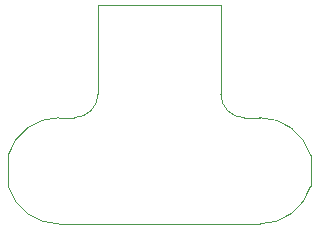
<source format=gm1>
G04*
G04 #@! TF.GenerationSoftware,Altium Limited,Altium Designer,21.3.2 (30)*
G04*
G04 Layer_Color=16711935*
%FSLAX43Y43*%
%MOMM*%
G71*
G04*
G04 #@! TF.SameCoordinates,DDF0AE4A-8618-4426-8A3D-72610EC7A679*
G04*
G04*
G04 #@! TF.FilePolarity,Positive*
G04*
G01*
G75*
%ADD11C,0.100*%
D11*
X102500Y110500D02*
G03*
X98200Y107327I0J-4500D01*
G01*
X119500Y101500D02*
G03*
X123800Y104673I0J4500D01*
G01*
Y107327D02*
G03*
X119500Y110500I-4300J-1327D01*
G01*
X98200Y104673D02*
G03*
X102500Y101500I4300J1327D01*
G01*
X116200Y112500D02*
G03*
X118200Y110500I2000J0D01*
G01*
X103800D02*
G03*
X105800Y112500I0J2000D01*
G01*
X118200Y110500D02*
X119500D01*
X123800Y104673D02*
Y107327D01*
X102500Y110500D02*
X103800D01*
X116200Y112500D02*
Y120000D01*
X102500Y101500D02*
X119500D01*
X98200Y104673D02*
Y107327D01*
X105800Y112500D02*
Y120000D01*
X116200D01*
X102500Y110500D02*
G03*
X98200Y107327I0J-4500D01*
G01*
X119500Y101500D02*
G03*
X123800Y104673I0J4500D01*
G01*
Y107327D02*
G03*
X119500Y110500I-4300J-1327D01*
G01*
X98200Y104673D02*
G03*
X102500Y101500I4300J1327D01*
G01*
X116200Y112500D02*
G03*
X118200Y110500I2000J0D01*
G01*
X103800D02*
G03*
X105800Y112500I0J2000D01*
G01*
X118200Y110500D02*
X119500D01*
X123800Y104673D02*
Y107327D01*
X102500Y110500D02*
X103800D01*
X116200Y112500D02*
Y120000D01*
X102500Y101500D02*
X119500D01*
X98200Y104673D02*
Y107327D01*
X105800Y112500D02*
Y120000D01*
X116200D01*
M02*

</source>
